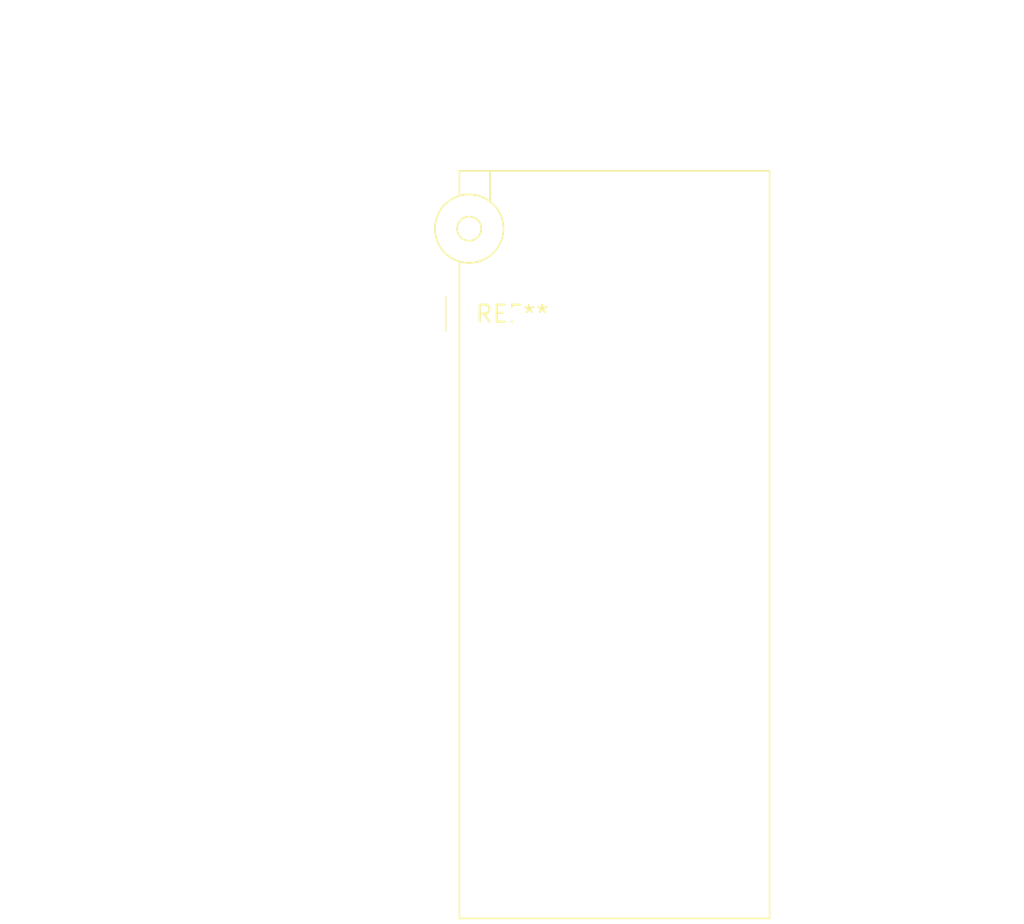
<source format=kicad_pcb>
(kicad_pcb (version 20240108) (generator pcbnew)
  (layers (0 "F.Cu" signal) (31 "B.Cu" signal) (34 "B.Paste" user) (35 "F.Paste" user) (36 "B.SilkS" user "B.Silkscreen") (37 "F.SilkS" user "F.Silkscreen") (38 "B.Mask" user) (39 "F.Mask" user) (44 "Edge.Cuts" user))
  (net 0 "")
  (footprint "DIP_Socket-32_W11.9_W12.7_W15.24_W17.78_W18.5_3M_232-1285-00-0602J" (layer "F.Cu") (at 0 0)
    (property "Reference" "REF**")
    (property "Value" "DIP_Socket-32_W11.9_W12.7_W15.24_W17.78_W18.5_3M_232-1285-00-0602J")
    (fp_line (start -4.95 1.27) (end -4.95 -1.27) (layer "F.SilkS") (stroke (width 0.12)))
    (fp_line (start -3.93 -10.66) (end -3.93 -8.8) (layer "F.SilkS") (stroke (width 0.12)))
    (fp_line (start -3.93 -3.9) (end -3.93 45.04) (layer "F.SilkS") (stroke (width 0.12)))
    (fp_line (start -3.93 45.04) (end 19.17 45.04) (layer "F.SilkS") (stroke (width 0.12)))
    (fp_line (start -1.65 -10.66) (end -1.65 -8.4) (layer "F.SilkS") (stroke (width 0.12)))
    (fp_line (start 19.17 -10.66) (end -3.93 -10.66) (layer "F.SilkS") (stroke (width 0.12)))
    (fp_line (start 19.17 45.04) (end 19.17 -10.66) (layer "F.SilkS") (stroke (width 0.12)))
    (fp_circle (center -3.2 -6.35) (end -2.3 -6.35) (layer "F.SilkS") (stroke (width 0.12)) (fill none))
    (fp_circle (center -3.2 -6.35) (end -0.65 -6.35) (layer "F.SilkS") (stroke (width 0.12)) (fill none))
    (pad "1" thru_hole rect (at 0 0) (size 2 1.44) (drill 1) (layers *.Cu *.Mask) (remove_unused_layers))
    (pad "2" thru_hole oval (at 0 2.54) (size 2 1.44) (drill 1) (layers *.Cu *.Mask) (remove_unused_layers))
    (pad "3" thru_hole oval (at 0 5.08) (size 2 1.44) (drill 1) (layers *.Cu *.Mask) (remove_unused_layers))
    (pad "4" thru_hole oval (at 0 7.62) (size 2 1.44) (drill 1) (layers *.Cu *.Mask) (remove_unused_layers))
    (pad "5" thru_hole oval (at 0 10.16) (size 2 1.44) (drill 1) (layers *.Cu *.Mask) (remove_unused_layers))
    (pad "6" thru_hole oval (at 0 12.7) (size 2 1.44) (drill 1) (layers *.Cu *.Mask) (remove_unused_layers))
    (pad "7" thru_hole oval (at 0 15.24) (size 2 1.44) (drill 1) (layers *.Cu *.Mask) (remove_unused_layers))
    (pad "8" thru_hole oval (at 0 17.78) (size 2 1.44) (drill 1) (layers *.Cu *.Mask) (remove_unused_layers))
    (pad "9" thru_hole oval (at 0 20.32) (size 2 1.44) (drill 1) (layers *.Cu *.Mask) (remove_unused_layers))
    (pad "10" thru_hole oval (at 0 22.86) (size 2 1.44) (drill 1) (layers *.Cu *.Mask) (remove_unused_layers))
    (pad "11" thru_hole oval (at 0 25.4) (size 2 1.44) (drill 1) (layers *.Cu *.Mask) (remove_unused_layers))
    (pad "12" thru_hole oval (at 0 27.94) (size 2 1.44) (drill 1) (layers *.Cu *.Mask) (remove_unused_layers))
    (pad "13" thru_hole oval (at 0 30.48) (size 2 1.44) (drill 1) (layers *.Cu *.Mask) (remove_unused_layers))
    (pad "14" thru_hole oval (at 0 33.02) (size 2 1.44) (drill 1) (layers *.Cu *.Mask) (remove_unused_layers))
    (pad "15" thru_hole oval (at 0 35.56) (size 2 1.44) (drill 1) (layers *.Cu *.Mask) (remove_unused_layers))
    (pad "16" thru_hole oval (at 0 38.1) (size 2 1.44) (drill 1) (layers *.Cu *.Mask) (remove_unused_layers))
    (pad "17" thru_hole oval (at 15.24 38.1) (size 2 1.44) (drill 1) (layers *.Cu *.Mask) (remove_unused_layers))
    (pad "18" thru_hole oval (at 15.24 35.56) (size 2 1.44) (drill 1) (layers *.Cu *.Mask) (remove_unused_layers))
    (pad "19" thru_hole oval (at 15.24 33.02) (size 2 1.44) (drill 1) (layers *.Cu *.Mask) (remove_unused_layers))
    (pad "20" thru_hole oval (at 15.24 30.48) (size 2 1.44) (drill 1) (layers *.Cu *.Mask) (remove_unused_layers))
    (pad "21" thru_hole oval (at 15.24 27.94) (size 2 1.44) (drill 1) (layers *.Cu *.Mask) (remove_unused_layers))
    (pad "22" thru_hole oval (at 15.24 25.4) (size 2 1.44) (drill 1) (layers *.Cu *.Mask) (remove_unused_layers))
    (pad "23" thru_hole oval (at 15.24 22.86) (size 2 1.44) (drill 1) (layers *.Cu *.Mask) (remove_unused_layers))
    (pad "24" thru_hole oval (at 15.24 20.32) (size 2 1.44) (drill 1) (layers *.Cu *.Mask) (remove_unused_layers))
    (pad "25" thru_hole oval (at 15.24 17.78) (size 2 1.44) (drill 1) (layers *.Cu *.Mask) (remove_unused_layers))
    (pad "26" thru_hole oval (at 15.24 15.24) (size 2 1.44) (drill 1) (layers *.Cu *.Mask) (remove_unused_layers))
    (pad "27" thru_hole oval (at 15.24 12.7) (size 2 1.44) (drill 1) (layers *.Cu *.Mask) (remove_unused_layers))
    (pad "28" thru_hole oval (at 15.24 10.16) (size 2 1.44) (drill 1) (layers *.Cu *.Mask) (remove_unused_layers))
    (pad "29" thru_hole oval (at 15.24 7.62) (size 2 1.44) (drill 1) (layers *.Cu *.Mask) (remove_unused_layers))
    (pad "30" thru_hole oval (at 15.24 5.08) (size 2 1.44) (drill 1) (layers *.Cu *.Mask) (remove_unused_layers))
    (pad "31" thru_hole oval (at 15.24 2.54) (size 2 1.44) (drill 1) (layers *.Cu *.Mask) (remove_unused_layers))
    (pad "32" thru_hole oval (at 15.24 0) (size 2 1.44) (drill 1) (layers *.Cu *.Mask) (remove_unused_layers))
  )
)
</source>
